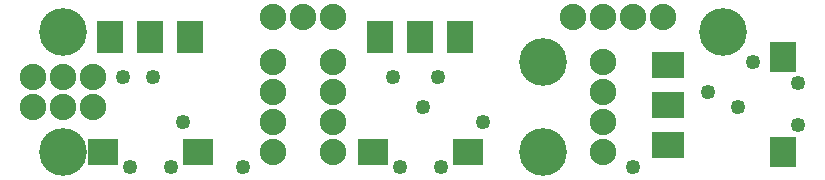
<source format=gbs>
G04 MADE WITH FRITZING*
G04 WWW.FRITZING.ORG*
G04 DOUBLE SIDED*
G04 HOLES PLATED*
G04 CONTOUR ON CENTER OF CONTOUR VECTOR*
%ASAXBY*%
%FSLAX23Y23*%
%MOIN*%
%OFA0B0*%
%SFA1.0B1.0*%
%ADD10C,0.088000*%
%ADD11C,0.159000*%
%ADD12C,0.049361*%
%ADD13C,0.049370*%
%ADD14R,0.088736X0.098792*%
%ADD15R,0.108417X0.088750*%
%ADD16R,0.088736X0.098778*%
%ADD17R,0.108417X0.088208*%
%ADD18R,0.098792X0.088736*%
%ADD19R,0.088750X0.108417*%
%ADD20R,0.098778X0.088736*%
%ADD21R,0.088208X0.108417*%
%LNMASK0*%
G90*
G70*
G54D10*
X69Y389D03*
X169Y389D03*
X269Y389D03*
X1869Y589D03*
X1969Y589D03*
X2069Y589D03*
X2169Y589D03*
X869Y589D03*
X969Y589D03*
X1069Y589D03*
X69Y289D03*
X169Y289D03*
X269Y289D03*
X869Y439D03*
X869Y339D03*
X869Y239D03*
X869Y139D03*
X1969Y439D03*
X1969Y339D03*
X1969Y239D03*
X1969Y139D03*
X1069Y439D03*
X1069Y339D03*
X1069Y239D03*
X1069Y139D03*
G54D11*
X1769Y439D03*
X1769Y139D03*
X169Y139D03*
X169Y539D03*
X2369Y539D03*
G54D12*
X2620Y367D03*
X2620Y228D03*
X1431Y88D03*
X1292Y88D03*
X531Y88D03*
X392Y88D03*
G54D13*
X569Y239D03*
X469Y389D03*
X369Y389D03*
X769Y89D03*
X1369Y289D03*
X1569Y239D03*
X1269Y389D03*
X1419Y389D03*
X2469Y439D03*
X2069Y89D03*
X2419Y289D03*
X2319Y339D03*
G54D14*
X2569Y139D03*
G54D15*
X2187Y296D03*
G54D16*
X2569Y456D03*
G54D15*
X2187Y161D03*
G54D17*
X2187Y429D03*
G54D18*
X1203Y139D03*
G54D19*
X1360Y521D03*
G54D20*
X1520Y139D03*
G54D19*
X1225Y521D03*
G54D21*
X1493Y521D03*
G54D18*
X303Y139D03*
G54D19*
X460Y521D03*
G54D20*
X620Y139D03*
G54D19*
X325Y521D03*
G54D21*
X593Y521D03*
G04 End of Mask0*
M02*
</source>
